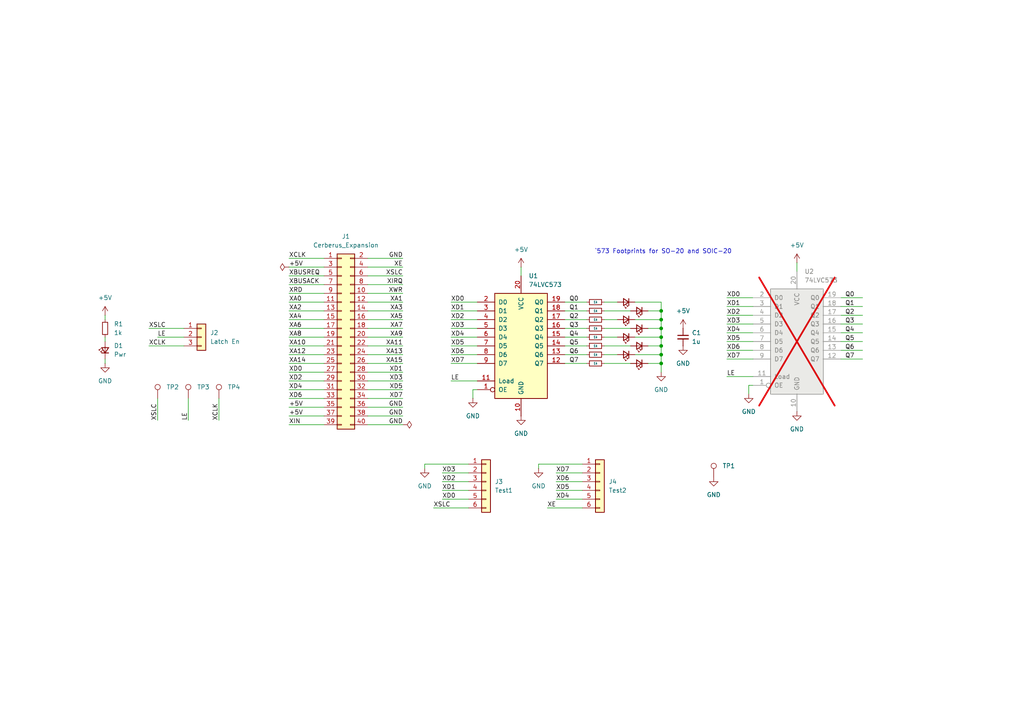
<source format=kicad_sch>
(kicad_sch (version 20231120) (generator "eeschema") (generator_version "8.0")
  (paper "A4")
  (title_block (title "CERBERUS 2100(tm) Blinky") (date "2024-05-07") (rev "1") (company "@baldengineer"))
  (lib_symbols
    (symbol "74xx:74LS573" (pin_names (offset 1.016))
      (property "Reference" "U" (at -7.62 16.51 0))
      (property "Value" "74LS573" (at -7.62 -16.51 0))
      (symbol "74LS573_1_0"
        (pin input inverted (at -12.7 -12.7 0) (length 5.08) (name "OE") (number "1"))
        (pin power_in line (at 0 -20.32 90) (length 5.08) (name "GND") (number "10"))
        (pin input line (at -12.7 -10.16 0) (length 5.08) (name "Load") (number "11"))
        (pin tri_state line (at 12.7 -5.08 180) (length 5.08) (name "Q7") (number "12"))
        (pin tri_state line (at 12.7 -2.54 180) (length 5.08) (name "Q6") (number "13"))
        (pin tri_state line (at 12.7 0 180) (length 5.08) (name "Q5") (number "14"))
        (pin tri_state line (at 12.7 2.54 180) (length 5.08) (name "Q4") (number "15"))
        (pin tri_state line (at 12.7 5.08 180) (length 5.08) (name "Q3") (number "16"))
        (pin tri_state line (at 12.7 7.62 180) (length 5.08) (name "Q2") (number "17"))
        (pin tri_state line (at 12.7 10.16 180) (length 5.08) (name "Q1") (number "18"))
        (pin tri_state line (at 12.7 12.7 180) (length 5.08) (name "Q0") (number "19"))
        (pin input line (at -12.7 12.7 0) (length 5.08) (name "D0") (number "2"))
        (pin power_in line (at 0 20.32 270) (length 5.08) (name "VCC") (number "20"))
        (pin input line (at -12.7 10.16 0) (length 5.08) (name "D1") (number "3"))
        (pin input line (at -12.7 7.62 0) (length 5.08) (name "D2") (number "4"))
        (pin input line (at -12.7 5.08 0) (length 5.08) (name "D3") (number "5"))
        (pin input line (at -12.7 2.54 0) (length 5.08) (name "D4") (number "6"))
        (pin input line (at -12.7 0 0) (length 5.08) (name "D5") (number "7"))
        (pin input line (at -12.7 -2.54 0) (length 5.08) (name "D6") (number "8"))
        (pin input line (at -12.7 -5.08 0) (length 5.08) (name "D7") (number "9"))
      )
      (symbol "74LS573_1_1"
        (rectangle (start -7.62 15.24) (end 7.62 -15.24) (stroke (width 0.254)) (fill (type background)))
      )
    )
    (symbol "Connector_Generic:Conn_01x03" (pin_names (offset 1.016) hide)
      (property "Reference" "J" (at 0 5.08 0))
      (property "Value" "Conn_01x03" (at 0 -5.08 0))
      (symbol "Conn_01x03_1_1"
        (rectangle (start -1.27 -2.413) (end 0 -2.667) (stroke (width 0.1524)))
        (rectangle (start -1.27 0.127) (end 0 -0.127) (stroke (width 0.1524)))
        (rectangle (start -1.27 2.667) (end 0 2.413) (stroke (width 0.1524)))
        (rectangle (start -1.27 3.81) (end 1.27 -3.81) (stroke (width 0.254)) (fill (type background)))
        (pin passive line (at -5.08 2.54 0) (length 3.81) (name "Pin_1") (number "1"))
        (pin passive line (at -5.08 0 0) (length 3.81) (name "Pin_2") (number "2"))
        (pin passive line (at -5.08 -2.54 0) (length 3.81) (name "Pin_3") (number "3"))
      )
    )
    (symbol "Connector_Generic:Conn_01x06" (pin_names (offset 1.016) hide)
      (property "Reference" "J" (at 0 7.62 0))
      (property "Value" "Conn_01x06" (at 0 -10.16 0))
      (symbol "Conn_01x06_1_1"
        (rectangle (start -1.27 -7.493) (end 0 -7.747) (stroke (width 0.1524)))
        (rectangle (start -1.27 -4.953) (end 0 -5.207) (stroke (width 0.1524)))
        (rectangle (start -1.27 -2.413) (end 0 -2.667) (stroke (width 0.1524)))
        (rectangle (start -1.27 0.127) (end 0 -0.127) (stroke (width 0.1524)))
        (rectangle (start -1.27 2.667) (end 0 2.413) (stroke (width 0.1524)))
        (rectangle (start -1.27 5.207) (end 0 4.953) (stroke (width 0.1524)))
        (rectangle (start -1.27 6.35) (end 1.27 -8.89) (stroke (width 0.254)) (fill (type background)))
        (pin passive line (at -5.08 5.08 0) (length 3.81) (name "Pin_1") (number "1"))
        (pin passive line (at -5.08 2.54 0) (length 3.81) (name "Pin_2") (number "2"))
        (pin passive line (at -5.08 0 0) (length 3.81) (name "Pin_3") (number "3"))
        (pin passive line (at -5.08 -2.54 0) (length 3.81) (name "Pin_4") (number "4"))
        (pin passive line (at -5.08 -5.08 0) (length 3.81) (name "Pin_5") (number "5"))
        (pin passive line (at -5.08 -7.62 0) (length 3.81) (name "Pin_6") (number "6"))
      )
    )
    (symbol "Connector_Generic:Conn_02x20_Odd_Even" (pin_names (offset 1.016) hide)
      (property "Reference" "J" (at 1.27 25.4 0))
      (property "Value" "Conn_02x20_Odd_Even" (at 1.27 -27.94 0))
      (symbol "Conn_02x20_Odd_Even_1_1"
        (rectangle (start -1.27 -25.273) (end 0 -25.527) (stroke (width 0.1524)))
        (rectangle (start -1.27 -22.733) (end 0 -22.987) (stroke (width 0.1524)))
        (rectangle (start -1.27 -20.193) (end 0 -20.447) (stroke (width 0.1524)))
        (rectangle (start -1.27 -17.653) (end 0 -17.907) (stroke (width 0.1524)))
        (rectangle (start -1.27 -15.113) (end 0 -15.367) (stroke (width 0.1524)))
        (rectangle (start -1.27 -12.573) (end 0 -12.827) (stroke (width 0.1524)))
        (rectangle (start -1.27 -10.033) (end 0 -10.287) (stroke (width 0.1524)))
        (rectangle (start -1.27 -7.493) (end 0 -7.747) (stroke (width 0.1524)))
        (rectangle (start -1.27 -4.953) (end 0 -5.207) (stroke (width 0.1524)))
        (rectangle (start -1.27 -2.413) (end 0 -2.667) (stroke (width 0.1524)))
        (rectangle (start -1.27 0.127) (end 0 -0.127) (stroke (width 0.1524)))
        (rectangle (start -1.27 2.667) (end 0 2.413) (stroke (width 0.1524)))
        (rectangle (start -1.27 5.207) (end 0 4.953) (stroke (width 0.1524)))
        (rectangle (start -1.27 7.747) (end 0 7.493) (stroke (width 0.1524)))
        (rectangle (start -1.27 10.287) (end 0 10.033) (stroke (width 0.1524)))
        (rectangle (start -1.27 12.827) (end 0 12.573) (stroke (width 0.1524)))
        (rectangle (start -1.27 15.367) (end 0 15.113) (stroke (width 0.1524)))
        (rectangle (start -1.27 17.907) (end 0 17.653) (stroke (width 0.1524)))
        (rectangle (start -1.27 20.447) (end 0 20.193) (stroke (width 0.1524)))
        (rectangle (start -1.27 22.987) (end 0 22.733) (stroke (width 0.1524)))
        (rectangle (start -1.27 24.13) (end 3.81 -26.67) (stroke (width 0.254)) (fill (type background)))
        (rectangle (start 3.81 -25.273) (end 2.54 -25.527) (stroke (width 0.1524)))
        (rectangle (start 3.81 -22.733) (end 2.54 -22.987) (stroke (width 0.1524)))
        (rectangle (start 3.81 -20.193) (end 2.54 -20.447) (stroke (width 0.1524)))
        (rectangle (start 3.81 -17.653) (end 2.54 -17.907) (stroke (width 0.1524)))
        (rectangle (start 3.81 -15.113) (end 2.54 -15.367) (stroke (width 0.1524)))
        (rectangle (start 3.81 -12.573) (end 2.54 -12.827) (stroke (width 0.1524)))
        (rectangle (start 3.81 -10.033) (end 2.54 -10.287) (stroke (width 0.1524)))
        (rectangle (start 3.81 -7.493) (end 2.54 -7.747) (stroke (width 0.1524)))
        (rectangle (start 3.81 -4.953) (end 2.54 -5.207) (stroke (width 0.1524)))
        (rectangle (start 3.81 -2.413) (end 2.54 -2.667) (stroke (width 0.1524)))
        (rectangle (start 3.81 0.127) (end 2.54 -0.127) (stroke (width 0.1524)))
        (rectangle (start 3.81 2.667) (end 2.54 2.413) (stroke (width 0.1524)))
        (rectangle (start 3.81 5.207) (end 2.54 4.953) (stroke (width 0.1524)))
        (rectangle (start 3.81 7.747) (end 2.54 7.493) (stroke (width 0.1524)))
        (rectangle (start 3.81 10.287) (end 2.54 10.033) (stroke (width 0.1524)))
        (rectangle (start 3.81 12.827) (end 2.54 12.573) (stroke (width 0.1524)))
        (rectangle (start 3.81 15.367) (end 2.54 15.113) (stroke (width 0.1524)))
        (rectangle (start 3.81 17.907) (end 2.54 17.653) (stroke (width 0.1524)))
        (rectangle (start 3.81 20.447) (end 2.54 20.193) (stroke (width 0.1524)))
        (rectangle (start 3.81 22.987) (end 2.54 22.733) (stroke (width 0.1524)))
        (pin passive line (at -5.08 22.86 0) (length 3.81) (name "Pin_1") (number "1"))
        (pin passive line (at 7.62 12.7 180) (length 3.81) (name "Pin_10") (number "10"))
        (pin passive line (at -5.08 10.16 0) (length 3.81) (name "Pin_11") (number "11"))
        (pin passive line (at 7.62 10.16 180) (length 3.81) (name "Pin_12") (number "12"))
        (pin passive line (at -5.08 7.62 0) (length 3.81) (name "Pin_13") (number "13"))
        (pin passive line (at 7.62 7.62 180) (length 3.81) (name "Pin_14") (number "14"))
        (pin passive line (at -5.08 5.08 0) (length 3.81) (name "Pin_15") (number "15"))
        (pin passive line (at 7.62 5.08 180) (length 3.81) (name "Pin_16") (number "16"))
        (pin passive line (at -5.08 2.54 0) (length 3.81) (name "Pin_17") (number "17"))
        (pin passive line (at 7.62 2.54 180) (length 3.81) (name "Pin_18") (number "18"))
        (pin passive line (at -5.08 0 0) (length 3.81) (name "Pin_19") (number "19"))
        (pin passive line (at 7.62 22.86 180) (length 3.81) (name "Pin_2") (number "2"))
        (pin passive line (at 7.62 0 180) (length 3.81) (name "Pin_20") (number "20"))
        (pin passive line (at -5.08 -2.54 0) (length 3.81) (name "Pin_21") (number "21"))
        (pin passive line (at 7.62 -2.54 180) (length 3.81) (name "Pin_22") (number "22"))
        (pin passive line (at -5.08 -5.08 0) (length 3.81) (name "Pin_23") (number "23"))
        (pin passive line (at 7.62 -5.08 180) (length 3.81) (name "Pin_24") (number "24"))
        (pin passive line (at -5.08 -7.62 0) (length 3.81) (name "Pin_25") (number "25"))
        (pin passive line (at 7.62 -7.62 180) (length 3.81) (name "Pin_26") (number "26"))
        (pin passive line (at -5.08 -10.16 0) (length 3.81) (name "Pin_27") (number "27"))
        (pin passive line (at 7.62 -10.16 180) (length 3.81) (name "Pin_28") (number "28"))
        (pin passive line (at -5.08 -12.7 0) (length 3.81) (name "Pin_29") (number "29"))
        (pin passive line (at -5.08 20.32 0) (length 3.81) (name "Pin_3") (number "3"))
        (pin passive line (at 7.62 -12.7 180) (length 3.81) (name "Pin_30") (number "30"))
        (pin passive line (at -5.08 -15.24 0) (length 3.81) (name "Pin_31") (number "31"))
        (pin passive line (at 7.62 -15.24 180) (length 3.81) (name "Pin_32") (number "32"))
        (pin passive line (at -5.08 -17.78 0) (length 3.81) (name "Pin_33") (number "33"))
        (pin passive line (at 7.62 -17.78 180) (length 3.81) (name "Pin_34") (number "34"))
        (pin passive line (at -5.08 -20.32 0) (length 3.81) (name "Pin_35") (number "35"))
        (pin passive line (at 7.62 -20.32 180) (length 3.81) (name "Pin_36") (number "36"))
        (pin passive line (at -5.08 -22.86 0) (length 3.81) (name "Pin_37") (number "37"))
        (pin passive line (at 7.62 -22.86 180) (length 3.81) (name "Pin_38") (number "38"))
        (pin passive line (at -5.08 -25.4 0) (length 3.81) (name "Pin_39") (number "39"))
        (pin passive line (at 7.62 20.32 180) (length 3.81) (name "Pin_4") (number "4"))
        (pin passive line (at 7.62 -25.4 180) (length 3.81) (name "Pin_40") (number "40"))
        (pin passive line (at -5.08 17.78 0) (length 3.81) (name "Pin_5") (number "5"))
        (pin passive line (at 7.62 17.78 180) (length 3.81) (name "Pin_6") (number "6"))
        (pin passive line (at -5.08 15.24 0) (length 3.81) (name "Pin_7") (number "7"))
        (pin passive line (at 7.62 15.24 180) (length 3.81) (name "Pin_8") (number "8"))
        (pin passive line (at -5.08 12.7 0) (length 3.81) (name "Pin_9") (number "9"))
      )
    )
    (symbol "Device:C_Small" (pin_numbers hide) (pin_names (offset 0.254) hide)
      (property "Reference" "C" (at 0.254 1.778 0))
      (property "Value" "C_Small" (at 0.254 -2.032 0))
      (symbol "C_Small_0_1"
        (polyline (pts (xy -1.524 -0.508) (xy 1.524 -0.508)) (stroke (width 0.3302)))
        (polyline (pts (xy -1.524 0.508) (xy 1.524 0.508)) (stroke (width 0.3048)))
      )
      (symbol "C_Small_1_1"
        (pin passive line (at 0 2.54 270) (length 2.032) (name "~") (number "1"))
        (pin passive line (at 0 -2.54 90) (length 2.032) (name "~") (number "2"))
      )
    )
    (symbol "Device:LED_Small" (pin_numbers hide) (pin_names (offset 0.254) hide)
      (property "Reference" "D" (at -1.27 3.175 0))
      (property "Value" "LED_Small" (at -4.445 -2.54 0))
      (symbol "LED_Small_0_1"
        (polyline (pts (xy -0.762 -1.016) (xy -0.762 1.016)) (stroke (width 0.254)))
        (polyline (pts (xy 1.016 0) (xy -0.762 0)))
        (polyline (pts (xy 0.762 -1.016) (xy -0.762 0) (xy 0.762 1.016) (xy 0.762 -1.016)) (stroke (width 0.254)))
        (polyline (pts (xy 0 0.762) (xy -0.508 1.27) (xy -0.254 1.27) (xy -0.508 1.27) (xy -0.508 1.016)))
        (polyline (pts (xy 0.508 1.27) (xy 0 1.778) (xy 0.254 1.778) (xy 0 1.778) (xy 0 1.524)))
      )
      (symbol "LED_Small_1_1"
        (pin passive line (at -2.54 0 0) (length 1.778) (name "K") (number "1"))
        (pin passive line (at 2.54 0 180) (length 1.778) (name "A") (number "2"))
      )
    )
    (symbol "My Library:R_0805" (pin_numbers hide) (pin_names (offset 0.254) hide)
      (property "Reference" "R" (at 0.762 0.508 0))
      (property "Value" "R_0805" (at 0.762 -1.016 0))
      (symbol "R_0805_0_1"
        (rectangle (start -0.762 1.778) (end 0.762 -1.778) (stroke (width 0.2032)))
      )
      (symbol "R_0805_1_1"
        (pin passive line (at 0 2.54 270) (length 0.762) (name "~") (number "1"))
        (pin passive line (at 0 -2.54 90) (length 0.762) (name "~") (number "2"))
      )
    )
    (symbol "My Library:TestPoint_Harwin" (pin_numbers hide) (pin_names (offset 0.762) hide)
      (property "Reference" "TP" (at 0 6.858 0))
      (symbol "TestPoint_Harwin_0_1"
        (circle (center 0 3.302) (radius 0.762))
      )
      (symbol "TestPoint_Harwin_1_1"
        (pin passive line (at 0 0 90) (length 2.54) (name "1") (number "1"))
      )
    )
    (symbol "power:+5V" (power) (pin_numbers hide) (pin_names (offset 0) hide)
      (property "Value" "+5V" (at 0 3.556 0))
      (symbol "+5V_0_1"
        (polyline (pts (xy -0.762 1.27) (xy 0 2.54)))
        (polyline (pts (xy 0 0) (xy 0 2.54)))
        (polyline (pts (xy 0 2.54) (xy 0.762 1.27)))
      )
      (symbol "+5V_1_1"
        (pin power_in line (at 0 0 90) (length 0) (name "~") (number "1"))
      )
    )
    (symbol "power:GND" (power) (pin_numbers hide) (pin_names (offset 0) hide)
      (property "Value" "GND" (at 0 -3.81 0))
      (symbol "GND_0_1"
        (polyline (pts (xy 0 0) (xy 0 -1.27) (xy 1.27 -1.27) (xy 0 -2.54) (xy -1.27 -1.27) (xy 0 -1.27)))
      )
      (symbol "GND_1_1"
        (pin power_in line (at 0 0 270) (length 0) (name "~") (number "1"))
      )
    )
    (symbol "power:PWR_FLAG" (power) (pin_numbers hide) (pin_names (offset 0) hide)
      (property "Value" "PWR_FLAG" (at 0 3.81 0))
      (symbol "PWR_FLAG_0_0"
        (pin power_out line (at 0 0 90) (length 0) (name "~") (number "1"))
      )
      (symbol "PWR_FLAG_0_1"
        (polyline (pts (xy 0 0) (xy 0 1.27) (xy -1.016 1.905) (xy 0 2.54) (xy 1.016 1.905) (xy 0 1.27)))
      )
    )
  )
  (junction (at 191.77 105.41))
  (junction (at 191.77 97.79))
  (junction (at 191.77 90.17))
  (junction (at 191.77 95.25))
  (junction (at 191.77 102.87))
  (junction (at 191.77 100.33))
  (junction (at 191.77 92.71))
  (wire (pts (xy 106.68 105.41) (xy 116.84 105.41)))
  (wire (pts (xy 45.72 97.79) (xy 53.34 97.79)))
  (wire (pts (xy 106.68 77.47) (xy 116.84 77.47)))
  (wire (pts (xy 53.34 95.25) (xy 43.18 95.25)))
  (wire (pts (xy 163.83 105.41) (xy 170.18 105.41)))
  (wire (pts (xy 161.29 144.78) (xy 168.91 144.78)))
  (wire (pts (xy 184.15 97.79) (xy 191.77 97.79)))
  (wire (pts (xy 138.43 113.03) (xy 137.16 113.03)))
  (wire (pts (xy 83.82 102.87) (xy 93.98 102.87)))
  (wire (pts (xy 83.82 100.33) (xy 93.98 100.33)))
  (wire (pts (xy 175.26 105.41) (xy 182.88 105.41)))
  (wire (pts (xy 83.82 85.09) (xy 93.98 85.09)))
  (wire (pts (xy 83.82 97.79) (xy 93.98 97.79)))
  (wire (pts (xy 243.84 86.36) (xy 250.19 86.36)))
  (wire (pts (xy 210.82 93.98) (xy 218.44 93.98)))
  (wire (pts (xy 175.26 100.33) (xy 182.88 100.33)))
  (wire (pts (xy 83.82 110.49) (xy 93.98 110.49)))
  (wire (pts (xy 106.68 87.63) (xy 116.84 87.63)))
  (wire (pts (xy 130.81 97.79) (xy 138.43 97.79)))
  (wire (pts (xy 128.27 139.7) (xy 135.89 139.7)))
  (wire (pts (xy 191.77 90.17) (xy 191.77 92.71)))
  (wire (pts (xy 191.77 97.79) (xy 191.77 100.33)))
  (wire (pts (xy 191.77 95.25) (xy 191.77 97.79)))
  (wire (pts (xy 187.96 105.41) (xy 191.77 105.41)))
  (wire (pts (xy 187.96 95.25) (xy 191.77 95.25)))
  (wire (pts (xy 128.27 137.16) (xy 135.89 137.16)))
  (wire (pts (xy 243.84 101.6) (xy 250.19 101.6)))
  (wire (pts (xy 163.83 102.87) (xy 170.18 102.87)))
  (wire (pts (xy 210.82 104.14) (xy 218.44 104.14)))
  (wire (pts (xy 243.84 96.52) (xy 250.19 96.52)))
  (wire (pts (xy 106.68 80.01) (xy 116.84 80.01)))
  (wire (pts (xy 217.17 111.76) (xy 217.17 114.3)))
  (wire (pts (xy 163.83 100.33) (xy 170.18 100.33)))
  (wire (pts (xy 54.61 121.92) (xy 54.61 115.57)))
  (wire (pts (xy 191.77 100.33) (xy 191.77 102.87)))
  (wire (pts (xy 83.82 82.55) (xy 93.98 82.55)))
  (wire (pts (xy 106.68 123.19) (xy 116.84 123.19)))
  (wire (pts (xy 243.84 93.98) (xy 250.19 93.98)))
  (wire (pts (xy 106.68 97.79) (xy 116.84 97.79)))
  (wire (pts (xy 130.81 110.49) (xy 138.43 110.49)))
  (wire (pts (xy 161.29 142.24) (xy 168.91 142.24)))
  (wire (pts (xy 191.77 105.41) (xy 191.77 107.95)))
  (wire (pts (xy 106.68 90.17) (xy 116.84 90.17)))
  (wire (pts (xy 175.26 90.17) (xy 182.88 90.17)))
  (wire (pts (xy 30.48 104.14) (xy 30.48 105.41)))
  (wire (pts (xy 106.68 82.55) (xy 116.84 82.55)))
  (wire (pts (xy 123.19 134.62) (xy 123.19 135.89)))
  (wire (pts (xy 163.83 97.79) (xy 170.18 97.79)))
  (wire (pts (xy 130.81 105.41) (xy 138.43 105.41)))
  (wire (pts (xy 106.68 92.71) (xy 116.84 92.71)))
  (wire (pts (xy 106.68 95.25) (xy 116.84 95.25)))
  (wire (pts (xy 43.18 100.33) (xy 53.34 100.33)))
  (wire (pts (xy 106.68 100.33) (xy 116.84 100.33)))
  (wire (pts (xy 218.44 111.76) (xy 217.17 111.76)))
  (wire (pts (xy 184.15 92.71) (xy 191.77 92.71)))
  (wire (pts (xy 168.91 147.32) (xy 158.75 147.32)))
  (wire (pts (xy 83.82 80.01) (xy 93.98 80.01)))
  (wire (pts (xy 130.81 92.71) (xy 138.43 92.71)))
  (wire (pts (xy 175.26 87.63) (xy 179.07 87.63)))
  (wire (pts (xy 161.29 139.7) (xy 168.91 139.7)))
  (wire (pts (xy 106.68 120.65) (xy 116.84 120.65)))
  (wire (pts (xy 156.21 134.62) (xy 156.21 135.89)))
  (wire (pts (xy 191.77 92.71) (xy 191.77 95.25)))
  (wire (pts (xy 161.29 137.16) (xy 168.91 137.16)))
  (wire (pts (xy 175.26 102.87) (xy 179.07 102.87)))
  (wire (pts (xy 83.82 118.11) (xy 93.98 118.11)))
  (wire (pts (xy 243.84 91.44) (xy 250.19 91.44)))
  (wire (pts (xy 184.15 102.87) (xy 191.77 102.87)))
  (wire (pts (xy 123.19 134.62) (xy 135.89 134.62)))
  (wire (pts (xy 128.27 142.24) (xy 135.89 142.24)))
  (wire (pts (xy 210.82 86.36) (xy 218.44 86.36)))
  (wire (pts (xy 163.83 95.25) (xy 170.18 95.25)))
  (wire (pts (xy 243.84 99.06) (xy 250.19 99.06)))
  (wire (pts (xy 128.27 144.78) (xy 135.89 144.78)))
  (wire (pts (xy 106.68 113.03) (xy 116.84 113.03)))
  (wire (pts (xy 130.81 102.87) (xy 138.43 102.87)))
  (wire (pts (xy 83.82 90.17) (xy 93.98 90.17)))
  (wire (pts (xy 106.68 102.87) (xy 116.84 102.87)))
  (wire (pts (xy 175.26 97.79) (xy 179.07 97.79)))
  (wire (pts (xy 231.14 76.2) (xy 231.14 78.74)))
  (wire (pts (xy 137.16 113.03) (xy 137.16 115.57)))
  (wire (pts (xy 83.82 123.19) (xy 93.98 123.19)))
  (wire (pts (xy 83.82 113.03) (xy 93.98 113.03)))
  (wire (pts (xy 243.84 104.14) (xy 250.19 104.14)))
  (wire (pts (xy 83.82 115.57) (xy 93.98 115.57)))
  (wire (pts (xy 175.26 95.25) (xy 182.88 95.25)))
  (wire (pts (xy 83.82 120.65) (xy 93.98 120.65)))
  (wire (pts (xy 210.82 91.44) (xy 218.44 91.44)))
  (wire (pts (xy 191.77 87.63) (xy 191.77 90.17)))
  (wire (pts (xy 83.82 87.63) (xy 93.98 87.63)))
  (wire (pts (xy 106.68 118.11) (xy 116.84 118.11)))
  (wire (pts (xy 163.83 87.63) (xy 170.18 87.63)))
  (wire (pts (xy 83.82 105.41) (xy 93.98 105.41)))
  (wire (pts (xy 106.68 107.95) (xy 116.84 107.95)))
  (wire (pts (xy 135.89 147.32) (xy 125.73 147.32)))
  (wire (pts (xy 163.83 90.17) (xy 170.18 90.17)))
  (wire (pts (xy 156.21 134.62) (xy 168.91 134.62)))
  (wire (pts (xy 106.68 115.57) (xy 116.84 115.57)))
  (wire (pts (xy 45.72 115.57) (xy 45.72 121.92)))
  (wire (pts (xy 83.82 77.47) (xy 93.98 77.47)))
  (wire (pts (xy 187.96 90.17) (xy 191.77 90.17)))
  (wire (pts (xy 30.48 97.79) (xy 30.48 99.06)))
  (wire (pts (xy 210.82 109.22) (xy 218.44 109.22)))
  (wire (pts (xy 83.82 95.25) (xy 93.98 95.25)))
  (wire (pts (xy 184.15 87.63) (xy 191.77 87.63)))
  (wire (pts (xy 130.81 100.33) (xy 138.43 100.33)))
  (wire (pts (xy 106.68 74.93) (xy 116.84 74.93)))
  (wire (pts (xy 210.82 88.9) (xy 218.44 88.9)))
  (wire (pts (xy 106.68 110.49) (xy 116.84 110.49)))
  (wire (pts (xy 175.26 92.71) (xy 179.07 92.71)))
  (wire (pts (xy 191.77 102.87) (xy 191.77 105.41)))
  (wire (pts (xy 210.82 96.52) (xy 218.44 96.52)))
  (wire (pts (xy 210.82 99.06) (xy 218.44 99.06)))
  (wire (pts (xy 130.81 95.25) (xy 138.43 95.25)))
  (wire (pts (xy 63.5 115.57) (xy 63.5 121.92)))
  (wire (pts (xy 83.82 92.71) (xy 93.98 92.71)))
  (wire (pts (xy 130.81 87.63) (xy 138.43 87.63)))
  (wire (pts (xy 106.68 85.09) (xy 116.84 85.09)))
  (wire (pts (xy 187.96 100.33) (xy 191.77 100.33)))
  (wire (pts (xy 210.82 101.6) (xy 218.44 101.6)))
  (wire (pts (xy 163.83 92.71) (xy 170.18 92.71)))
  (wire (pts (xy 130.81 90.17) (xy 138.43 90.17)))
  (wire (pts (xy 151.13 77.47) (xy 151.13 80.01)))
  (wire (pts (xy 30.48 91.44) (xy 30.48 92.71)))
  (wire (pts (xy 83.82 107.95) (xy 93.98 107.95)))
  (wire (pts (xy 243.84 88.9) (xy 250.19 88.9)))
  (wire (pts (xy 83.82 74.93) (xy 93.98 74.93)))
  (text "`573 Footprints for SO-20 and SOIC-20" (at 192.405 73.025 0) (effects (font (size 1.27 1.27))))
  (label "GND" (at 116.84 74.93 180))
  (label "XD1" (at 130.81 90.17 0))
  (label "XCLK" (at 83.82 74.93 0))
  (label "XD1" (at 116.84 107.95 180))
  (label "XA3" (at 116.84 90.17 180))
  (label "XD5" (at 130.81 100.33 0))
  (label "XD5" (at 161.29 142.24 0))
  (label "XD7" (at 116.84 115.57 180))
  (label "XD6" (at 130.81 102.87 0))
  (label "XD0" (at 210.82 86.36 0))
  (label "Q1" (at 165.1 90.17 0))
  (label "XD6" (at 210.82 101.6 0))
  (label "+5V" (at 83.82 77.47 0))
  (label "LE" (at 54.61 121.92 90))
  (label "XSLC" (at 125.73 147.32 0))
  (label "XD6" (at 161.29 139.7 0))
  (label "XD4" (at 130.81 97.79 0))
  (label "Q4" (at 165.1 97.79 0))
  (label "XD2" (at 83.82 110.49 0))
  (label "LE" (at 45.72 97.79 0))
  (label "XD3" (at 130.81 95.25 0))
  (label "Q7" (at 245.11 104.14 0))
  (label "XA2" (at 83.82 90.17 0))
  (label "XD7" (at 130.81 105.41 0))
  (label "+5V" (at 83.82 120.65 0))
  (label "XA5" (at 116.84 92.71 180))
  (label "XD7" (at 161.29 137.16 0))
  (label "XD2" (at 210.82 91.44 0))
  (label "XWR" (at 116.84 85.09 180))
  (label "XD5" (at 116.84 113.03 180))
  (label "XD4" (at 83.82 113.03 0))
  (label "XD1" (at 128.27 142.24 0))
  (label "XA7" (at 116.84 95.25 180))
  (label "GND" (at 116.84 118.11 180))
  (label "Q6" (at 165.1 102.87 0))
  (label "XD2" (at 128.27 139.7 0))
  (label "XD3" (at 210.82 93.98 0))
  (label "XSLC" (at 43.18 95.25 0))
  (label "XD6" (at 83.82 115.57 0))
  (label "XA4" (at 83.82 92.71 0))
  (label "XE" (at 158.75 147.32 0))
  (label "XSLC" (at 116.84 80.01 180))
  (label "Q0" (at 165.1 87.63 0))
  (label "XD0" (at 83.82 107.95 0))
  (label "Q2" (at 245.11 91.44 0))
  (label "XA8" (at 83.82 97.79 0))
  (label "XA14" (at 83.82 105.41 0))
  (label "XD0" (at 128.27 144.78 0))
  (label "Q4" (at 245.11 96.52 0))
  (label "Q7" (at 165.1 105.41 0))
  (label "XBUSREQ" (at 83.82 80.01 0))
  (label "XA11" (at 116.84 100.33 180))
  (label "Q0" (at 245.11 86.36 0))
  (label "XA13" (at 116.84 102.87 180))
  (label "Q1" (at 245.11 88.9 0))
  (label "XA6" (at 83.82 95.25 0))
  (label "XCLK" (at 63.5 121.92 90))
  (label "XA10" (at 83.82 100.33 0))
  (label "GND" (at 116.84 120.65 180))
  (label "Q3" (at 245.11 93.98 0))
  (label "XD3" (at 116.84 110.49 180))
  (label "XCLK" (at 43.18 100.33 0))
  (label "GND" (at 116.84 123.19 180))
  (label "XD5" (at 210.82 99.06 0))
  (label "XD2" (at 130.81 92.71 0))
  (label "Q5" (at 245.11 99.06 0))
  (label "XD4" (at 210.82 96.52 0))
  (label "Q5" (at 165.1 100.33 0))
  (label "+5V" (at 83.82 118.11 0))
  (label "Q2" (at 165.1 92.71 0))
  (label "LE" (at 210.82 109.22 0))
  (label "XD1" (at 210.82 88.9 0))
  (label "XA9" (at 116.84 97.79 180))
  (label "Q6" (at 245.11 101.6 0))
  (label "XE" (at 116.84 77.47 180))
  (label "XA15" (at 116.84 105.41 180))
  (label "Q3" (at 165.1 95.25 0))
  (label "XBUSACK" (at 83.82 82.55 0))
  (label "XA0" (at 83.82 87.63 0))
  (label "XA12" (at 83.82 102.87 0))
  (label "XD0" (at 130.81 87.63 0))
  (label "XA1" (at 116.84 87.63 180))
  (label "XD3" (at 128.27 137.16 0))
  (label "XD7" (at 210.82 104.14 0))
  (label "XIN" (at 83.82 123.19 0))
  (label "XD4" (at 161.29 144.78 0))
  (label "XRD" (at 83.82 85.09 0))
  (label "XIRQ" (at 116.84 82.55 180))
  (label "XSLC" (at 45.72 121.92 90))
  (label "LE" (at 130.81 110.49 0))
  (symbol (lib_id "My Library:R_0805") (at 172.72 97.79 90) (unit 1)
    (property "Reference" "R6" (effects (hide yes)))
    (property "Value" "1k" (at 172.72 97.79 90) (effects (font (size 0.635 0.635))))
    (property "Footprint" "Resistor_SMD:R_0805_2012Metric_Pad1.20x1.40mm_HandSolder" (effects (hide yes)))
    (property "Description" "Resistor, small symbol with 0805 Package" (effects (hide yes)))
  )
  (symbol (lib_id "power:+5V") (at 30.48 91.44 0) (unit 1)
    (property "Reference" "#PWR03" (effects (hide yes)))
    (property "Value" "+5V" (at 30.48 86.36 0))
    (property "Description" "Power symbol creates a global label with name \"+5V\"" (effects (hide yes)))
  )
  (symbol (lib_id "Device:LED_Small") (at 185.42 90.17 180) (unit 1)
    (property "Reference" "D3" (effects (hide yes)))
    (property "Value" "Pwr" (effects (hide yes)))
    (property "Footprint" "LED_SMD:LED_1206_3216Metric_Pad1.42x1.75mm_HandSolder" (effects (hide yes)))
    (property "Description" "Light emitting diode, small symbol" (effects (hide yes)))
  )
  (symbol (lib_id "power:GND") (at 198.12 100.33 0) (unit 1)
    (property "Reference" "#PWR08" (effects (hide yes)))
    (property "Value" "GND" (at 198.12 105.41 0))
    (property "Description" "Power symbol creates a global label with name \"GND\" , ground" (effects (hide yes)))
  )
  (symbol (lib_id "Device:C_Small") (at 198.12 97.79 0) (unit 1)
    (property "Reference" "C1" (at 200.66 96.5262 0) (effects (justify left)))
    (property "Value" "1u" (at 200.66 99.0662 0) (effects (justify left)))
    (property "Footprint" "Capacitor_SMD:C_0805_2012Metric_Pad1.18x1.45mm_HandSolder" (effects (hide yes)))
    (property "Description" "Unpolarized capacitor, small symbol" (effects (hide yes)))
  )
  (symbol (lib_id "Connector_Generic:Conn_01x06") (at 173.99 139.7 0) (unit 1)
    (property "Reference" "J4" (at 176.53 139.6999 0) (effects (justify left)))
    (property "Value" "Test2" (at 176.53 142.2399 0) (effects (justify left)))
    (property "Footprint" "Connector_PinHeader_2.54mm:PinHeader_1x06_P2.54mm_Vertical" (effects (hide yes)))
    (property "Description" "Generic connector, single row, 01x06, script generated (kicad-library-utils/schlib/autogen/connector/)" (effects (hide yes)))
  )
  (symbol (lib_id "My Library:R_0805") (at 172.72 100.33 90) (unit 1)
    (property "Reference" "R7" (effects (hide yes)))
    (property "Value" "1k" (at 172.72 100.33 90) (effects (font (size 0.635 0.635))))
    (property "Footprint" "Resistor_SMD:R_0805_2012Metric_Pad1.20x1.40mm_HandSolder" (effects (hide yes)))
    (property "Description" "Resistor, small symbol with 0805 Package" (effects (hide yes)))
  )
  (symbol (lib_id "power:GND") (at 137.16 115.57 0) (unit 1)
    (property "Reference" "#PWR010" (effects (hide yes)))
    (property "Value" "GND" (at 137.16 120.65 0))
    (property "Description" "Power symbol creates a global label with name \"GND\" , ground" (effects (hide yes)))
  )
  (symbol (lib_id "power:GND") (at 231.14 119.38 0) (unit 1)
    (property "Reference" "#PWR012" (effects (hide yes)))
    (property "Value" "GND" (at 231.14 124.46 0))
    (property "Description" "Power symbol creates a global label with name \"GND\" , ground" (effects (hide yes)))
  )
  (symbol (lib_id "Device:LED_Small") (at 181.61 87.63 180) (unit 1)
    (property "Reference" "D2" (effects (hide yes)))
    (property "Value" "Pwr" (effects (hide yes)))
    (property "Footprint" "LED_SMD:LED_1206_3216Metric_Pad1.42x1.75mm_HandSolder" (effects (hide yes)))
    (property "Description" "Light emitting diode, small symbol" (effects (hide yes)))
  )
  (symbol (lib_id "power:GND") (at 156.21 135.89 0) (unit 1)
    (property "Reference" "#PWR011" (effects (hide yes)))
    (property "Value" "GND" (at 156.21 140.97 0))
    (property "Description" "Power symbol creates a global label with name \"GND\" , ground" (effects (hide yes)))
  )
  (symbol (lib_id "Connector_Generic:Conn_02x20_Odd_Even") (at 99.06 97.79 0) (unit 1)
    (property "Reference" "J1" (at 100.33 68.58 0))
    (property "Value" "Cerberus_Expansion" (at 100.33 71.12 0))
    (property "Footprint" "Connector_PinSocket_2.54mm:PinSocket_2x20_P2.54mm_Vertical" (effects (hide yes)))
    (property "Description" "Generic connector, double row, 02x20, odd/even pin numbering scheme (row 1 odd numbers, row 2 even numbers), script generated (kicad-library-utils/schlib/autogen/connector/)" (effects (hide yes)))
  )
  (symbol (lib_id "Connector_Generic:Conn_01x06") (at 140.97 139.7 0) (unit 1)
    (property "Reference" "J3" (at 143.51 139.6999 0) (effects (justify left)))
    (property "Value" "Test1" (at 143.51 142.2399 0) (effects (justify left)))
    (property "Footprint" "Connector_PinHeader_2.54mm:PinHeader_1x06_P2.54mm_Vertical" (effects (hide yes)))
    (property "Description" "Generic connector, single row, 01x06, script generated (kicad-library-utils/schlib/autogen/connector/)" (effects (hide yes)))
  )
  (symbol (lib_id "Device:LED_Small") (at 30.48 101.6 90) (unit 1)
    (property "Reference" "D1" (at 33.02 100.2664 90) (effects (justify right)))
    (property "Value" "Pwr" (at 33.02 102.8064 90) (effects (justify right)))
    (property "Footprint" "LED_SMD:LED_1206_3216Metric_Pad1.42x1.75mm_HandSolder" (effects (hide yes)))
    (property "Description" "Light emitting diode, small symbol" (effects (hide yes)))
  )
  (symbol (lib_id "74xx:74LS573") (at 231.14 99.06 0) (unit 1) (dnp yes)
    (property "Reference" "U2" (at 233.3341 78.74 0) (effects (justify left)))
    (property "Value" "74LVC573" (at 233.3341 81.28 0) (effects (justify left)))
    (property "Footprint" "Package_SO:SOIC-20W_7.5x12.8mm_P1.27mm" (effects (hide yes)))
    (property "Datasheet" "74xx/74hc573.pdf" (effects (hide yes)))
    (property "Description" "8-bit Latch 3-state outputs" (effects (hide yes)))
  )
  (symbol (lib_id "power:+5V") (at 198.12 95.25 0) (unit 1)
    (property "Reference" "#PWR06" (effects (hide yes)))
    (property "Value" "+5V" (at 198.12 90.17 0))
    (property "Description" "Power symbol creates a global label with name \"+5V\"" (effects (hide yes)))
  )
  (symbol (lib_id "power:GND") (at 151.13 120.65 0) (unit 1)
    (property "Reference" "#PWR07" (effects (hide yes)))
    (property "Value" "GND" (at 151.13 125.73 0))
    (property "Description" "Power symbol creates a global label with name \"GND\" , ground" (effects (hide yes)))
  )
  (symbol (lib_id "power:GND") (at 217.17 114.3 0) (unit 1)
    (property "Reference" "#PWR02" (effects (hide yes)))
    (property "Value" "GND" (at 217.17 119.38 0))
    (property "Description" "Power symbol creates a global label with name \"GND\" , ground" (effects (hide yes)))
  )
  (symbol (lib_id "74xx:74LS573") (at 151.13 100.33 0) (unit 1)
    (property "Reference" "U1" (at 153.3241 80.01 0) (effects (justify left)))
    (property "Value" "74LVC573" (at 153.3241 82.55 0) (effects (justify left)))
    (property "Footprint" "Package_SO:SO-20_5.3x12.6mm_P1.27mm" (effects (hide yes)))
    (property "Datasheet" "74xx/74hc573.pdf" (effects (hide yes)))
    (property "Description" "8-bit Latch 3-state outputs" (effects (hide yes)))
  )
  (symbol (lib_id "Device:LED_Small") (at 185.42 105.41 180) (unit 1)
    (property "Reference" "D9" (effects (hide yes)))
    (property "Value" "Pwr" (effects (hide yes)))
    (property "Footprint" "LED_SMD:LED_1206_3216Metric_Pad1.42x1.75mm_HandSolder" (effects (hide yes)))
    (property "Description" "Light emitting diode, small symbol" (effects (hide yes)))
  )
  (symbol (lib_id "Device:LED_Small") (at 185.42 100.33 180) (unit 1)
    (property "Reference" "D7" (effects (hide yes)))
    (property "Value" "Pwr" (effects (hide yes)))
    (property "Footprint" "LED_SMD:LED_1206_3216Metric_Pad1.42x1.75mm_HandSolder" (effects (hide yes)))
    (property "Description" "Light emitting diode, small symbol" (effects (hide yes)))
  )
  (symbol (lib_id "My Library:R_0805") (at 172.72 90.17 90) (unit 1)
    (property "Reference" "R3" (effects (hide yes)))
    (property "Value" "1k" (at 172.72 90.17 90) (effects (font (size 0.635 0.635))))
    (property "Footprint" "Resistor_SMD:R_0805_2012Metric_Pad1.20x1.40mm_HandSolder" (effects (hide yes)))
    (property "Description" "Resistor, small symbol with 0805 Package" (effects (hide yes)))
  )
  (symbol (lib_id "power:PWR_FLAG") (at 83.82 77.47 90) (unit 1)
    (property "Reference" "#FLG01" (effects (hide yes)))
    (property "Value" "PWR_FLAG" (effects (hide yes)))
    (property "Description" "Special symbol for telling ERC where power comes from" (effects (hide yes)))
  )
  (symbol (lib_id "My Library:R_0805") (at 172.72 87.63 90) (unit 1)
    (property "Reference" "R2" (effects (hide yes)))
    (property "Value" "1k" (at 172.72 87.63 90) (effects (font (size 0.635 0.635))))
    (property "Footprint" "Resistor_SMD:R_0805_2012Metric_Pad1.20x1.40mm_HandSolder" (effects (hide yes)))
    (property "Description" "Resistor, small symbol with 0805 Package" (effects (hide yes)))
  )
  (symbol (lib_id "My Library:R_0805") (at 172.72 102.87 90) (unit 1)
    (property "Reference" "R8" (effects (hide yes)))
    (property "Value" "1k" (at 172.72 102.87 90) (effects (font (size 0.635 0.635))))
    (property "Footprint" "Resistor_SMD:R_0805_2012Metric_Pad1.20x1.40mm_HandSolder" (effects (hide yes)))
    (property "Description" "Resistor, small symbol with 0805 Package" (effects (hide yes)))
  )
  (symbol (lib_id "My Library:TestPoint_Harwin") (at 54.61 115.57 0) (unit 1)
    (property "Reference" "TP3" (at 57.15 112.2679 0) (effects (justify left)))
    (property "Value" "TestPoint_Harwin" (effects (hide yes)))
    (property "Footprint" "My Libraries:Harwin-S1751-46-Test-Point" (effects (hide yes)))
    (property "Description" "test point" (effects (hide yes)))
  )
  (symbol (lib_id "power:GND") (at 30.48 105.41 0) (unit 1)
    (property "Reference" "#PWR04" (effects (hide yes)))
    (property "Value" "GND" (at 30.48 110.49 0))
    (property "Description" "Power symbol creates a global label with name \"GND\" , ground" (effects (hide yes)))
  )
  (symbol (lib_id "power:PWR_FLAG") (at 116.84 123.19 270) (unit 1)
    (property "Reference" "#FLG02" (effects (hide yes)))
    (property "Value" "PWR_FLAG" (effects (hide yes)))
    (property "Description" "Special symbol for telling ERC where power comes from" (effects (hide yes)))
  )
  (symbol (lib_id "power:+5V") (at 151.13 77.47 0) (unit 1)
    (property "Reference" "#PWR05" (effects (hide yes)))
    (property "Value" "+5V" (at 151.13 72.39 0))
    (property "Description" "Power symbol creates a global label with name \"+5V\"" (effects (hide yes)))
  )
  (symbol (lib_id "Device:LED_Small") (at 181.61 92.71 180) (unit 1)
    (property "Reference" "D4" (effects (hide yes)))
    (property "Value" "Pwr" (effects (hide yes)))
    (property "Footprint" "LED_SMD:LED_1206_3216Metric_Pad1.42x1.75mm_HandSolder" (effects (hide yes)))
    (property "Description" "Light emitting diode, small symbol" (effects (hide yes)))
  )
  (symbol (lib_id "power:+5V") (at 231.14 76.2 0) (unit 1)
    (property "Reference" "#PWR013" (effects (hide yes)))
    (property "Value" "+5V" (at 231.14 71.12 0))
    (property "Description" "Power symbol creates a global label with name \"+5V\"" (effects (hide yes)))
  )
  (symbol (lib_id "Device:LED_Small") (at 181.61 102.87 180) (unit 1)
    (property "Reference" "D8" (effects (hide yes)))
    (property "Value" "Pwr" (effects (hide yes)))
    (property "Footprint" "LED_SMD:LED_1206_3216Metric_Pad1.42x1.75mm_HandSolder" (effects (hide yes)))
    (property "Description" "Light emitting diode, small symbol" (effects (hide yes)))
  )
  (symbol (lib_id "Connector_Generic:Conn_01x03") (at 58.42 97.79 0) (unit 1)
    (property "Reference" "J2" (at 60.96 96.5199 0) (effects (justify left)))
    (property "Value" "Latch En" (at 60.96 99.0599 0) (effects (justify left)))
    (property "Footprint" "Connector_PinHeader_2.54mm:PinHeader_1x03_P2.54mm_Vertical" (effects (hide yes)))
    (property "Description" "Generic connector, single row, 01x03, script generated (kicad-library-utils/schlib/autogen/connector/)" (effects (hide yes)))
  )
  (symbol (lib_id "Device:LED_Small") (at 181.61 97.79 180) (unit 1)
    (property "Reference" "D6" (effects (hide yes)))
    (property "Value" "Pwr" (effects (hide yes)))
    (property "Footprint" "LED_SMD:LED_1206_3216Metric_Pad1.42x1.75mm_HandSolder" (effects (hide yes)))
    (property "Description" "Light emitting diode, small symbol" (effects (hide yes)))
  )
  (symbol (lib_id "My Library:R_0805") (at 172.72 105.41 90) (unit 1)
    (property "Reference" "R9" (effects (hide yes)))
    (property "Value" "1k" (at 172.72 105.41 90) (effects (font (size 0.635 0.635))))
    (property "Footprint" "Resistor_SMD:R_0805_2012Metric_Pad1.20x1.40mm_HandSolder" (effects (hide yes)))
    (property "Description" "Resistor, small symbol with 0805 Package" (effects (hide yes)))
  )
  (symbol (lib_id "My Library:TestPoint_Harwin") (at 207.01 138.43 0) (unit 1)
    (property "Reference" "TP1" (at 209.55 135.1279 0) (effects (justify left)))
    (property "Value" "TestPoint_Harwin" (effects (hide yes)))
    (property "Footprint" "My Libraries:Harwin-S1751-46-Test-Point" (effects (hide yes)))
    (property "Description" "test point" (effects (hide yes)))
  )
  (symbol (lib_id "Device:LED_Small") (at 185.42 95.25 180) (unit 1)
    (property "Reference" "D5" (effects (hide yes)))
    (property "Value" "Pwr" (effects (hide yes)))
    (property "Footprint" "LED_SMD:LED_1206_3216Metric_Pad1.42x1.75mm_HandSolder" (effects (hide yes)))
    (property "Description" "Light emitting diode, small symbol" (effects (hide yes)))
  )
  (symbol (lib_id "My Library:TestPoint_Harwin") (at 45.72 115.57 0) (unit 1)
    (property "Reference" "TP2" (at 48.26 112.2679 0) (effects (justify left)))
    (property "Value" "TestPoint_Harwin" (effects (hide yes)))
    (property "Footprint" "My Libraries:Harwin-S1751-46-Test-Point" (effects (hide yes)))
    (property "Description" "test point" (effects (hide yes)))
  )
  (symbol (lib_id "power:GND") (at 207.01 138.43 0) (unit 1)
    (property "Reference" "#PWR014" (effects (hide yes)))
    (property "Value" "GND" (at 207.01 143.51 0))
    (property "Description" "Power symbol creates a global label with name \"GND\" , ground" (effects (hide yes)))
  )
  (symbol (lib_id "power:GND") (at 123.19 135.89 0) (unit 1)
    (property "Reference" "#PWR01" (effects (hide yes)))
    (property "Value" "GND" (at 123.19 140.97 0))
    (property "Description" "Power symbol creates a global label with name \"GND\" , ground" (effects (hide yes)))
  )
  (symbol (lib_id "My Library:TestPoint_Harwin") (at 63.5 115.57 0) (unit 1)
    (property "Reference" "TP4" (at 66.04 112.2679 0) (effects (justify left)))
    (property "Value" "TestPoint_Harwin" (effects (hide yes)))
    (property "Footprint" "My Libraries:Harwin-S1751-46-Test-Point" (effects (hide yes)))
    (property "Description" "test point" (effects (hide yes)))
  )
  (symbol (lib_id "My Library:R_0805") (at 172.72 95.25 90) (unit 1)
    (property "Reference" "R5" (effects (hide yes)))
    (property "Value" "1k" (at 172.72 95.25 90) (effects (font (size 0.635 0.635))))
    (property "Footprint" "Resistor_SMD:R_0805_2012Metric_Pad1.20x1.40mm_HandSolder" (effects (hide yes)))
    (property "Description" "Resistor, small symbol with 0805 Package" (effects (hide yes)))
  )
  (symbol (lib_id "My Library:R_0805") (at 172.72 92.71 90) (unit 1)
    (property "Reference" "R4" (effects (hide yes)))
    (property "Value" "1k" (at 172.72 92.71 90) (effects (font (size 0.635 0.635))))
    (property "Footprint" "Resistor_SMD:R_0805_2012Metric_Pad1.20x1.40mm_HandSolder" (effects (hide yes)))
    (property "Description" "Resistor, small symbol with 0805 Package" (effects (hide yes)))
  )
  (symbol (lib_id "My Library:R_0805") (at 30.48 95.25 0) (unit 1)
    (property "Reference" "R1" (at 33.02 93.9799 0) (effects (justify left)))
    (property "Value" "1k" (at 33.02 96.5199 0) (effects (justify left)))
    (property "Footprint" "Resistor_SMD:R_0805_2012Metric_Pad1.20x1.40mm_HandSolder" (effects (hide yes)))
    (property "Description" "Resistor, small symbol with 0805 Package" (effects (hide yes)))
  )
  (symbol (lib_id "power:GND") (at 191.77 107.95 0) (unit 1)
    (property "Reference" "#PWR09" (effects (hide yes)))
    (property "Value" "GND" (at 191.77 113.03 0))
    (property "Description" "Power symbol creates a global label with name \"GND\" , ground" (effects (hide yes)))
  )
)
</source>
